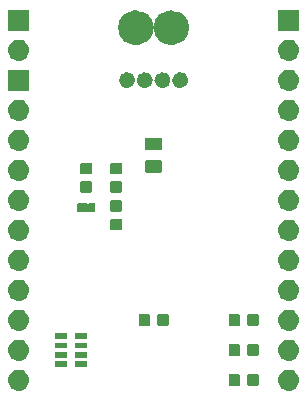
<source format=gbr>
G04 #@! TF.GenerationSoftware,KiCad,Pcbnew,(5.1.0)-1*
G04 #@! TF.CreationDate,2019-03-29T02:28:53-07:00*
G04 #@! TF.ProjectId,e73-breakout,6537332d-6272-4656-916b-6f75742e6b69,rev?*
G04 #@! TF.SameCoordinates,Original*
G04 #@! TF.FileFunction,Soldermask,Bot*
G04 #@! TF.FilePolarity,Negative*
%FSLAX46Y46*%
G04 Gerber Fmt 4.6, Leading zero omitted, Abs format (unit mm)*
G04 Created by KiCad (PCBNEW (5.1.0)-1) date 2019-03-29 02:28:53*
%MOMM*%
%LPD*%
G04 APERTURE LIST*
%ADD10C,0.100000*%
%ADD11C,1.500000*%
%ADD12C,0.700000*%
G04 APERTURE END LIST*
D10*
G36*
X94785000Y-104125000D02*
G01*
X94785000Y-104765000D01*
X93785000Y-104765000D01*
X93785000Y-104125000D01*
X94785000Y-104125000D01*
G37*
D11*
X102250000Y-89205000D02*
G75*
G03X102250000Y-89205000I-750000J0D01*
G01*
X99250000Y-89205000D02*
G75*
G03X99250000Y-89205000I-750000J0D01*
G01*
D12*
X98100000Y-93650000D02*
G75*
G03X98100000Y-93650000I-350000J0D01*
G01*
X99600000Y-93650000D02*
G75*
G03X99600000Y-93650000I-350000J0D01*
G01*
X101100000Y-93650000D02*
G75*
G03X101100000Y-93650000I-350000J0D01*
G01*
X102600000Y-93650000D02*
G75*
G03X102600000Y-93650000I-350000J0D01*
G01*
D10*
G36*
X111540443Y-118155519D02*
G01*
X111606627Y-118162037D01*
X111776466Y-118213557D01*
X111932991Y-118297222D01*
X111968729Y-118326552D01*
X112070186Y-118409814D01*
X112153448Y-118511271D01*
X112182778Y-118547009D01*
X112266443Y-118703534D01*
X112317963Y-118873373D01*
X112335359Y-119050000D01*
X112317963Y-119226627D01*
X112266443Y-119396466D01*
X112182778Y-119552991D01*
X112167746Y-119571307D01*
X112070186Y-119690186D01*
X111968729Y-119773448D01*
X111932991Y-119802778D01*
X111776466Y-119886443D01*
X111606627Y-119937963D01*
X111540442Y-119944482D01*
X111474260Y-119951000D01*
X111385740Y-119951000D01*
X111319558Y-119944482D01*
X111253373Y-119937963D01*
X111083534Y-119886443D01*
X110927009Y-119802778D01*
X110891271Y-119773448D01*
X110789814Y-119690186D01*
X110692254Y-119571307D01*
X110677222Y-119552991D01*
X110593557Y-119396466D01*
X110542037Y-119226627D01*
X110524641Y-119050000D01*
X110542037Y-118873373D01*
X110593557Y-118703534D01*
X110677222Y-118547009D01*
X110706552Y-118511271D01*
X110789814Y-118409814D01*
X110891271Y-118326552D01*
X110927009Y-118297222D01*
X111083534Y-118213557D01*
X111253373Y-118162037D01*
X111319557Y-118155519D01*
X111385740Y-118149000D01*
X111474260Y-118149000D01*
X111540443Y-118155519D01*
X111540443Y-118155519D01*
G37*
G36*
X88680443Y-118155519D02*
G01*
X88746627Y-118162037D01*
X88916466Y-118213557D01*
X89072991Y-118297222D01*
X89108729Y-118326552D01*
X89210186Y-118409814D01*
X89293448Y-118511271D01*
X89322778Y-118547009D01*
X89406443Y-118703534D01*
X89457963Y-118873373D01*
X89475359Y-119050000D01*
X89457963Y-119226627D01*
X89406443Y-119396466D01*
X89322778Y-119552991D01*
X89307746Y-119571307D01*
X89210186Y-119690186D01*
X89108729Y-119773448D01*
X89072991Y-119802778D01*
X88916466Y-119886443D01*
X88746627Y-119937963D01*
X88680442Y-119944482D01*
X88614260Y-119951000D01*
X88525740Y-119951000D01*
X88459558Y-119944482D01*
X88393373Y-119937963D01*
X88223534Y-119886443D01*
X88067009Y-119802778D01*
X88031271Y-119773448D01*
X87929814Y-119690186D01*
X87832254Y-119571307D01*
X87817222Y-119552991D01*
X87733557Y-119396466D01*
X87682037Y-119226627D01*
X87664641Y-119050000D01*
X87682037Y-118873373D01*
X87733557Y-118703534D01*
X87817222Y-118547009D01*
X87846552Y-118511271D01*
X87929814Y-118409814D01*
X88031271Y-118326552D01*
X88067009Y-118297222D01*
X88223534Y-118213557D01*
X88393373Y-118162037D01*
X88459557Y-118155519D01*
X88525740Y-118149000D01*
X88614260Y-118149000D01*
X88680443Y-118155519D01*
X88680443Y-118155519D01*
G37*
G36*
X108749591Y-118528085D02*
G01*
X108783569Y-118538393D01*
X108814890Y-118555134D01*
X108842339Y-118577661D01*
X108864866Y-118605110D01*
X108881607Y-118636431D01*
X108891915Y-118670409D01*
X108896000Y-118711890D01*
X108896000Y-119388110D01*
X108891915Y-119429591D01*
X108881607Y-119463569D01*
X108864866Y-119494890D01*
X108842339Y-119522339D01*
X108814890Y-119544866D01*
X108783569Y-119561607D01*
X108749591Y-119571915D01*
X108708110Y-119576000D01*
X108106890Y-119576000D01*
X108065409Y-119571915D01*
X108031431Y-119561607D01*
X108000110Y-119544866D01*
X107972661Y-119522339D01*
X107950134Y-119494890D01*
X107933393Y-119463569D01*
X107923085Y-119429591D01*
X107919000Y-119388110D01*
X107919000Y-118711890D01*
X107923085Y-118670409D01*
X107933393Y-118636431D01*
X107950134Y-118605110D01*
X107972661Y-118577661D01*
X108000110Y-118555134D01*
X108031431Y-118538393D01*
X108065409Y-118528085D01*
X108106890Y-118524000D01*
X108708110Y-118524000D01*
X108749591Y-118528085D01*
X108749591Y-118528085D01*
G37*
G36*
X107174591Y-118528085D02*
G01*
X107208569Y-118538393D01*
X107239890Y-118555134D01*
X107267339Y-118577661D01*
X107289866Y-118605110D01*
X107306607Y-118636431D01*
X107316915Y-118670409D01*
X107321000Y-118711890D01*
X107321000Y-119388110D01*
X107316915Y-119429591D01*
X107306607Y-119463569D01*
X107289866Y-119494890D01*
X107267339Y-119522339D01*
X107239890Y-119544866D01*
X107208569Y-119561607D01*
X107174591Y-119571915D01*
X107133110Y-119576000D01*
X106531890Y-119576000D01*
X106490409Y-119571915D01*
X106456431Y-119561607D01*
X106425110Y-119544866D01*
X106397661Y-119522339D01*
X106375134Y-119494890D01*
X106358393Y-119463569D01*
X106348085Y-119429591D01*
X106344000Y-119388110D01*
X106344000Y-118711890D01*
X106348085Y-118670409D01*
X106358393Y-118636431D01*
X106375134Y-118605110D01*
X106397661Y-118577661D01*
X106425110Y-118555134D01*
X106456431Y-118538393D01*
X106490409Y-118528085D01*
X106531890Y-118524000D01*
X107133110Y-118524000D01*
X107174591Y-118528085D01*
X107174591Y-118528085D01*
G37*
G36*
X92666000Y-117961000D02*
G01*
X91664000Y-117961000D01*
X91664000Y-117459000D01*
X92666000Y-117459000D01*
X92666000Y-117961000D01*
X92666000Y-117961000D01*
G37*
G36*
X94366000Y-117961000D02*
G01*
X93364000Y-117961000D01*
X93364000Y-117459000D01*
X94366000Y-117459000D01*
X94366000Y-117961000D01*
X94366000Y-117961000D01*
G37*
G36*
X111540443Y-115615519D02*
G01*
X111606627Y-115622037D01*
X111776466Y-115673557D01*
X111932991Y-115757222D01*
X111968729Y-115786552D01*
X112070186Y-115869814D01*
X112153448Y-115971271D01*
X112182778Y-116007009D01*
X112266443Y-116163534D01*
X112317963Y-116333373D01*
X112335359Y-116510000D01*
X112317963Y-116686627D01*
X112266443Y-116856466D01*
X112182778Y-117012991D01*
X112167746Y-117031307D01*
X112070186Y-117150186D01*
X111968729Y-117233448D01*
X111932991Y-117262778D01*
X111776466Y-117346443D01*
X111606627Y-117397963D01*
X111540443Y-117404481D01*
X111474260Y-117411000D01*
X111385740Y-117411000D01*
X111319557Y-117404481D01*
X111253373Y-117397963D01*
X111083534Y-117346443D01*
X110927009Y-117262778D01*
X110891271Y-117233448D01*
X110789814Y-117150186D01*
X110692254Y-117031307D01*
X110677222Y-117012991D01*
X110593557Y-116856466D01*
X110542037Y-116686627D01*
X110524641Y-116510000D01*
X110542037Y-116333373D01*
X110593557Y-116163534D01*
X110677222Y-116007009D01*
X110706552Y-115971271D01*
X110789814Y-115869814D01*
X110891271Y-115786552D01*
X110927009Y-115757222D01*
X111083534Y-115673557D01*
X111253373Y-115622037D01*
X111319557Y-115615519D01*
X111385740Y-115609000D01*
X111474260Y-115609000D01*
X111540443Y-115615519D01*
X111540443Y-115615519D01*
G37*
G36*
X88680443Y-115615519D02*
G01*
X88746627Y-115622037D01*
X88916466Y-115673557D01*
X89072991Y-115757222D01*
X89108729Y-115786552D01*
X89210186Y-115869814D01*
X89293448Y-115971271D01*
X89322778Y-116007009D01*
X89406443Y-116163534D01*
X89457963Y-116333373D01*
X89475359Y-116510000D01*
X89457963Y-116686627D01*
X89406443Y-116856466D01*
X89322778Y-117012991D01*
X89307746Y-117031307D01*
X89210186Y-117150186D01*
X89108729Y-117233448D01*
X89072991Y-117262778D01*
X88916466Y-117346443D01*
X88746627Y-117397963D01*
X88680443Y-117404481D01*
X88614260Y-117411000D01*
X88525740Y-117411000D01*
X88459557Y-117404481D01*
X88393373Y-117397963D01*
X88223534Y-117346443D01*
X88067009Y-117262778D01*
X88031271Y-117233448D01*
X87929814Y-117150186D01*
X87832254Y-117031307D01*
X87817222Y-117012991D01*
X87733557Y-116856466D01*
X87682037Y-116686627D01*
X87664641Y-116510000D01*
X87682037Y-116333373D01*
X87733557Y-116163534D01*
X87817222Y-116007009D01*
X87846552Y-115971271D01*
X87929814Y-115869814D01*
X88031271Y-115786552D01*
X88067009Y-115757222D01*
X88223534Y-115673557D01*
X88393373Y-115622037D01*
X88459557Y-115615519D01*
X88525740Y-115609000D01*
X88614260Y-115609000D01*
X88680443Y-115615519D01*
X88680443Y-115615519D01*
G37*
G36*
X92666000Y-117161000D02*
G01*
X91664000Y-117161000D01*
X91664000Y-116659000D01*
X92666000Y-116659000D01*
X92666000Y-117161000D01*
X92666000Y-117161000D01*
G37*
G36*
X94366000Y-117161000D02*
G01*
X93364000Y-117161000D01*
X93364000Y-116659000D01*
X94366000Y-116659000D01*
X94366000Y-117161000D01*
X94366000Y-117161000D01*
G37*
G36*
X107174591Y-115988085D02*
G01*
X107208569Y-115998393D01*
X107239890Y-116015134D01*
X107267339Y-116037661D01*
X107289866Y-116065110D01*
X107306607Y-116096431D01*
X107316915Y-116130409D01*
X107321000Y-116171890D01*
X107321000Y-116848110D01*
X107316915Y-116889591D01*
X107306607Y-116923569D01*
X107289866Y-116954890D01*
X107267339Y-116982339D01*
X107239890Y-117004866D01*
X107208569Y-117021607D01*
X107174591Y-117031915D01*
X107133110Y-117036000D01*
X106531890Y-117036000D01*
X106490409Y-117031915D01*
X106456431Y-117021607D01*
X106425110Y-117004866D01*
X106397661Y-116982339D01*
X106375134Y-116954890D01*
X106358393Y-116923569D01*
X106348085Y-116889591D01*
X106344000Y-116848110D01*
X106344000Y-116171890D01*
X106348085Y-116130409D01*
X106358393Y-116096431D01*
X106375134Y-116065110D01*
X106397661Y-116037661D01*
X106425110Y-116015134D01*
X106456431Y-115998393D01*
X106490409Y-115988085D01*
X106531890Y-115984000D01*
X107133110Y-115984000D01*
X107174591Y-115988085D01*
X107174591Y-115988085D01*
G37*
G36*
X108749591Y-115988085D02*
G01*
X108783569Y-115998393D01*
X108814890Y-116015134D01*
X108842339Y-116037661D01*
X108864866Y-116065110D01*
X108881607Y-116096431D01*
X108891915Y-116130409D01*
X108896000Y-116171890D01*
X108896000Y-116848110D01*
X108891915Y-116889591D01*
X108881607Y-116923569D01*
X108864866Y-116954890D01*
X108842339Y-116982339D01*
X108814890Y-117004866D01*
X108783569Y-117021607D01*
X108749591Y-117031915D01*
X108708110Y-117036000D01*
X108106890Y-117036000D01*
X108065409Y-117031915D01*
X108031431Y-117021607D01*
X108000110Y-117004866D01*
X107972661Y-116982339D01*
X107950134Y-116954890D01*
X107933393Y-116923569D01*
X107923085Y-116889591D01*
X107919000Y-116848110D01*
X107919000Y-116171890D01*
X107923085Y-116130409D01*
X107933393Y-116096431D01*
X107950134Y-116065110D01*
X107972661Y-116037661D01*
X108000110Y-116015134D01*
X108031431Y-115998393D01*
X108065409Y-115988085D01*
X108106890Y-115984000D01*
X108708110Y-115984000D01*
X108749591Y-115988085D01*
X108749591Y-115988085D01*
G37*
G36*
X94366000Y-116361000D02*
G01*
X93364000Y-116361000D01*
X93364000Y-115859000D01*
X94366000Y-115859000D01*
X94366000Y-116361000D01*
X94366000Y-116361000D01*
G37*
G36*
X92666000Y-116361000D02*
G01*
X91664000Y-116361000D01*
X91664000Y-115859000D01*
X92666000Y-115859000D01*
X92666000Y-116361000D01*
X92666000Y-116361000D01*
G37*
G36*
X94366000Y-115561000D02*
G01*
X93364000Y-115561000D01*
X93364000Y-115059000D01*
X94366000Y-115059000D01*
X94366000Y-115561000D01*
X94366000Y-115561000D01*
G37*
G36*
X92666000Y-115561000D02*
G01*
X91664000Y-115561000D01*
X91664000Y-115059000D01*
X92666000Y-115059000D01*
X92666000Y-115561000D01*
X92666000Y-115561000D01*
G37*
G36*
X88680443Y-113075519D02*
G01*
X88746627Y-113082037D01*
X88916466Y-113133557D01*
X89072991Y-113217222D01*
X89108729Y-113246552D01*
X89210186Y-113329814D01*
X89293448Y-113431271D01*
X89322778Y-113467009D01*
X89406443Y-113623534D01*
X89457963Y-113793373D01*
X89475359Y-113970000D01*
X89457963Y-114146627D01*
X89406443Y-114316466D01*
X89322778Y-114472991D01*
X89307746Y-114491307D01*
X89210186Y-114610186D01*
X89108729Y-114693448D01*
X89072991Y-114722778D01*
X88916466Y-114806443D01*
X88746627Y-114857963D01*
X88680443Y-114864481D01*
X88614260Y-114871000D01*
X88525740Y-114871000D01*
X88459557Y-114864481D01*
X88393373Y-114857963D01*
X88223534Y-114806443D01*
X88067009Y-114722778D01*
X88031271Y-114693448D01*
X87929814Y-114610186D01*
X87832254Y-114491307D01*
X87817222Y-114472991D01*
X87733557Y-114316466D01*
X87682037Y-114146627D01*
X87664641Y-113970000D01*
X87682037Y-113793373D01*
X87733557Y-113623534D01*
X87817222Y-113467009D01*
X87846552Y-113431271D01*
X87929814Y-113329814D01*
X88031271Y-113246552D01*
X88067009Y-113217222D01*
X88223534Y-113133557D01*
X88393373Y-113082037D01*
X88459557Y-113075519D01*
X88525740Y-113069000D01*
X88614260Y-113069000D01*
X88680443Y-113075519D01*
X88680443Y-113075519D01*
G37*
G36*
X111540443Y-113075519D02*
G01*
X111606627Y-113082037D01*
X111776466Y-113133557D01*
X111932991Y-113217222D01*
X111968729Y-113246552D01*
X112070186Y-113329814D01*
X112153448Y-113431271D01*
X112182778Y-113467009D01*
X112266443Y-113623534D01*
X112317963Y-113793373D01*
X112335359Y-113970000D01*
X112317963Y-114146627D01*
X112266443Y-114316466D01*
X112182778Y-114472991D01*
X112167746Y-114491307D01*
X112070186Y-114610186D01*
X111968729Y-114693448D01*
X111932991Y-114722778D01*
X111776466Y-114806443D01*
X111606627Y-114857963D01*
X111540443Y-114864481D01*
X111474260Y-114871000D01*
X111385740Y-114871000D01*
X111319557Y-114864481D01*
X111253373Y-114857963D01*
X111083534Y-114806443D01*
X110927009Y-114722778D01*
X110891271Y-114693448D01*
X110789814Y-114610186D01*
X110692254Y-114491307D01*
X110677222Y-114472991D01*
X110593557Y-114316466D01*
X110542037Y-114146627D01*
X110524641Y-113970000D01*
X110542037Y-113793373D01*
X110593557Y-113623534D01*
X110677222Y-113467009D01*
X110706552Y-113431271D01*
X110789814Y-113329814D01*
X110891271Y-113246552D01*
X110927009Y-113217222D01*
X111083534Y-113133557D01*
X111253373Y-113082037D01*
X111319557Y-113075519D01*
X111385740Y-113069000D01*
X111474260Y-113069000D01*
X111540443Y-113075519D01*
X111540443Y-113075519D01*
G37*
G36*
X107174591Y-113448085D02*
G01*
X107208569Y-113458393D01*
X107239890Y-113475134D01*
X107267339Y-113497661D01*
X107289866Y-113525110D01*
X107306607Y-113556431D01*
X107316915Y-113590409D01*
X107321000Y-113631890D01*
X107321000Y-114308110D01*
X107316915Y-114349591D01*
X107306607Y-114383569D01*
X107289866Y-114414890D01*
X107267339Y-114442339D01*
X107239890Y-114464866D01*
X107208569Y-114481607D01*
X107174591Y-114491915D01*
X107133110Y-114496000D01*
X106531890Y-114496000D01*
X106490409Y-114491915D01*
X106456431Y-114481607D01*
X106425110Y-114464866D01*
X106397661Y-114442339D01*
X106375134Y-114414890D01*
X106358393Y-114383569D01*
X106348085Y-114349591D01*
X106344000Y-114308110D01*
X106344000Y-113631890D01*
X106348085Y-113590409D01*
X106358393Y-113556431D01*
X106375134Y-113525110D01*
X106397661Y-113497661D01*
X106425110Y-113475134D01*
X106456431Y-113458393D01*
X106490409Y-113448085D01*
X106531890Y-113444000D01*
X107133110Y-113444000D01*
X107174591Y-113448085D01*
X107174591Y-113448085D01*
G37*
G36*
X108749591Y-113448085D02*
G01*
X108783569Y-113458393D01*
X108814890Y-113475134D01*
X108842339Y-113497661D01*
X108864866Y-113525110D01*
X108881607Y-113556431D01*
X108891915Y-113590409D01*
X108896000Y-113631890D01*
X108896000Y-114308110D01*
X108891915Y-114349591D01*
X108881607Y-114383569D01*
X108864866Y-114414890D01*
X108842339Y-114442339D01*
X108814890Y-114464866D01*
X108783569Y-114481607D01*
X108749591Y-114491915D01*
X108708110Y-114496000D01*
X108106890Y-114496000D01*
X108065409Y-114491915D01*
X108031431Y-114481607D01*
X108000110Y-114464866D01*
X107972661Y-114442339D01*
X107950134Y-114414890D01*
X107933393Y-114383569D01*
X107923085Y-114349591D01*
X107919000Y-114308110D01*
X107919000Y-113631890D01*
X107923085Y-113590409D01*
X107933393Y-113556431D01*
X107950134Y-113525110D01*
X107972661Y-113497661D01*
X108000110Y-113475134D01*
X108031431Y-113458393D01*
X108065409Y-113448085D01*
X108106890Y-113444000D01*
X108708110Y-113444000D01*
X108749591Y-113448085D01*
X108749591Y-113448085D01*
G37*
G36*
X99554591Y-113448085D02*
G01*
X99588569Y-113458393D01*
X99619890Y-113475134D01*
X99647339Y-113497661D01*
X99669866Y-113525110D01*
X99686607Y-113556431D01*
X99696915Y-113590409D01*
X99701000Y-113631890D01*
X99701000Y-114308110D01*
X99696915Y-114349591D01*
X99686607Y-114383569D01*
X99669866Y-114414890D01*
X99647339Y-114442339D01*
X99619890Y-114464866D01*
X99588569Y-114481607D01*
X99554591Y-114491915D01*
X99513110Y-114496000D01*
X98911890Y-114496000D01*
X98870409Y-114491915D01*
X98836431Y-114481607D01*
X98805110Y-114464866D01*
X98777661Y-114442339D01*
X98755134Y-114414890D01*
X98738393Y-114383569D01*
X98728085Y-114349591D01*
X98724000Y-114308110D01*
X98724000Y-113631890D01*
X98728085Y-113590409D01*
X98738393Y-113556431D01*
X98755134Y-113525110D01*
X98777661Y-113497661D01*
X98805110Y-113475134D01*
X98836431Y-113458393D01*
X98870409Y-113448085D01*
X98911890Y-113444000D01*
X99513110Y-113444000D01*
X99554591Y-113448085D01*
X99554591Y-113448085D01*
G37*
G36*
X101129591Y-113448085D02*
G01*
X101163569Y-113458393D01*
X101194890Y-113475134D01*
X101222339Y-113497661D01*
X101244866Y-113525110D01*
X101261607Y-113556431D01*
X101271915Y-113590409D01*
X101276000Y-113631890D01*
X101276000Y-114308110D01*
X101271915Y-114349591D01*
X101261607Y-114383569D01*
X101244866Y-114414890D01*
X101222339Y-114442339D01*
X101194890Y-114464866D01*
X101163569Y-114481607D01*
X101129591Y-114491915D01*
X101088110Y-114496000D01*
X100486890Y-114496000D01*
X100445409Y-114491915D01*
X100411431Y-114481607D01*
X100380110Y-114464866D01*
X100352661Y-114442339D01*
X100330134Y-114414890D01*
X100313393Y-114383569D01*
X100303085Y-114349591D01*
X100299000Y-114308110D01*
X100299000Y-113631890D01*
X100303085Y-113590409D01*
X100313393Y-113556431D01*
X100330134Y-113525110D01*
X100352661Y-113497661D01*
X100380110Y-113475134D01*
X100411431Y-113458393D01*
X100445409Y-113448085D01*
X100486890Y-113444000D01*
X101088110Y-113444000D01*
X101129591Y-113448085D01*
X101129591Y-113448085D01*
G37*
G36*
X111540443Y-110535519D02*
G01*
X111606627Y-110542037D01*
X111776466Y-110593557D01*
X111932991Y-110677222D01*
X111968729Y-110706552D01*
X112070186Y-110789814D01*
X112153448Y-110891271D01*
X112182778Y-110927009D01*
X112266443Y-111083534D01*
X112317963Y-111253373D01*
X112335359Y-111430000D01*
X112317963Y-111606627D01*
X112266443Y-111776466D01*
X112182778Y-111932991D01*
X112153448Y-111968729D01*
X112070186Y-112070186D01*
X111968729Y-112153448D01*
X111932991Y-112182778D01*
X111776466Y-112266443D01*
X111606627Y-112317963D01*
X111540443Y-112324481D01*
X111474260Y-112331000D01*
X111385740Y-112331000D01*
X111319557Y-112324481D01*
X111253373Y-112317963D01*
X111083534Y-112266443D01*
X110927009Y-112182778D01*
X110891271Y-112153448D01*
X110789814Y-112070186D01*
X110706552Y-111968729D01*
X110677222Y-111932991D01*
X110593557Y-111776466D01*
X110542037Y-111606627D01*
X110524641Y-111430000D01*
X110542037Y-111253373D01*
X110593557Y-111083534D01*
X110677222Y-110927009D01*
X110706552Y-110891271D01*
X110789814Y-110789814D01*
X110891271Y-110706552D01*
X110927009Y-110677222D01*
X111083534Y-110593557D01*
X111253373Y-110542037D01*
X111319557Y-110535519D01*
X111385740Y-110529000D01*
X111474260Y-110529000D01*
X111540443Y-110535519D01*
X111540443Y-110535519D01*
G37*
G36*
X88680443Y-110535519D02*
G01*
X88746627Y-110542037D01*
X88916466Y-110593557D01*
X89072991Y-110677222D01*
X89108729Y-110706552D01*
X89210186Y-110789814D01*
X89293448Y-110891271D01*
X89322778Y-110927009D01*
X89406443Y-111083534D01*
X89457963Y-111253373D01*
X89475359Y-111430000D01*
X89457963Y-111606627D01*
X89406443Y-111776466D01*
X89322778Y-111932991D01*
X89293448Y-111968729D01*
X89210186Y-112070186D01*
X89108729Y-112153448D01*
X89072991Y-112182778D01*
X88916466Y-112266443D01*
X88746627Y-112317963D01*
X88680443Y-112324481D01*
X88614260Y-112331000D01*
X88525740Y-112331000D01*
X88459557Y-112324481D01*
X88393373Y-112317963D01*
X88223534Y-112266443D01*
X88067009Y-112182778D01*
X88031271Y-112153448D01*
X87929814Y-112070186D01*
X87846552Y-111968729D01*
X87817222Y-111932991D01*
X87733557Y-111776466D01*
X87682037Y-111606627D01*
X87664641Y-111430000D01*
X87682037Y-111253373D01*
X87733557Y-111083534D01*
X87817222Y-110927009D01*
X87846552Y-110891271D01*
X87929814Y-110789814D01*
X88031271Y-110706552D01*
X88067009Y-110677222D01*
X88223534Y-110593557D01*
X88393373Y-110542037D01*
X88459557Y-110535519D01*
X88525740Y-110529000D01*
X88614260Y-110529000D01*
X88680443Y-110535519D01*
X88680443Y-110535519D01*
G37*
G36*
X88680442Y-107995518D02*
G01*
X88746627Y-108002037D01*
X88916466Y-108053557D01*
X89072991Y-108137222D01*
X89108729Y-108166552D01*
X89210186Y-108249814D01*
X89293448Y-108351271D01*
X89322778Y-108387009D01*
X89406443Y-108543534D01*
X89457963Y-108713373D01*
X89475359Y-108890000D01*
X89457963Y-109066627D01*
X89406443Y-109236466D01*
X89322778Y-109392991D01*
X89293448Y-109428729D01*
X89210186Y-109530186D01*
X89108729Y-109613448D01*
X89072991Y-109642778D01*
X88916466Y-109726443D01*
X88746627Y-109777963D01*
X88680443Y-109784481D01*
X88614260Y-109791000D01*
X88525740Y-109791000D01*
X88459557Y-109784481D01*
X88393373Y-109777963D01*
X88223534Y-109726443D01*
X88067009Y-109642778D01*
X88031271Y-109613448D01*
X87929814Y-109530186D01*
X87846552Y-109428729D01*
X87817222Y-109392991D01*
X87733557Y-109236466D01*
X87682037Y-109066627D01*
X87664641Y-108890000D01*
X87682037Y-108713373D01*
X87733557Y-108543534D01*
X87817222Y-108387009D01*
X87846552Y-108351271D01*
X87929814Y-108249814D01*
X88031271Y-108166552D01*
X88067009Y-108137222D01*
X88223534Y-108053557D01*
X88393373Y-108002037D01*
X88459558Y-107995518D01*
X88525740Y-107989000D01*
X88614260Y-107989000D01*
X88680442Y-107995518D01*
X88680442Y-107995518D01*
G37*
G36*
X111540442Y-107995518D02*
G01*
X111606627Y-108002037D01*
X111776466Y-108053557D01*
X111932991Y-108137222D01*
X111968729Y-108166552D01*
X112070186Y-108249814D01*
X112153448Y-108351271D01*
X112182778Y-108387009D01*
X112266443Y-108543534D01*
X112317963Y-108713373D01*
X112335359Y-108890000D01*
X112317963Y-109066627D01*
X112266443Y-109236466D01*
X112182778Y-109392991D01*
X112153448Y-109428729D01*
X112070186Y-109530186D01*
X111968729Y-109613448D01*
X111932991Y-109642778D01*
X111776466Y-109726443D01*
X111606627Y-109777963D01*
X111540443Y-109784481D01*
X111474260Y-109791000D01*
X111385740Y-109791000D01*
X111319557Y-109784481D01*
X111253373Y-109777963D01*
X111083534Y-109726443D01*
X110927009Y-109642778D01*
X110891271Y-109613448D01*
X110789814Y-109530186D01*
X110706552Y-109428729D01*
X110677222Y-109392991D01*
X110593557Y-109236466D01*
X110542037Y-109066627D01*
X110524641Y-108890000D01*
X110542037Y-108713373D01*
X110593557Y-108543534D01*
X110677222Y-108387009D01*
X110706552Y-108351271D01*
X110789814Y-108249814D01*
X110891271Y-108166552D01*
X110927009Y-108137222D01*
X111083534Y-108053557D01*
X111253373Y-108002037D01*
X111319558Y-107995518D01*
X111385740Y-107989000D01*
X111474260Y-107989000D01*
X111540442Y-107995518D01*
X111540442Y-107995518D01*
G37*
G36*
X88680443Y-105455519D02*
G01*
X88746627Y-105462037D01*
X88916466Y-105513557D01*
X89072991Y-105597222D01*
X89104706Y-105623250D01*
X89210186Y-105709814D01*
X89293448Y-105811271D01*
X89322778Y-105847009D01*
X89406443Y-106003534D01*
X89457963Y-106173373D01*
X89475359Y-106350000D01*
X89457963Y-106526627D01*
X89406443Y-106696466D01*
X89322778Y-106852991D01*
X89293448Y-106888729D01*
X89210186Y-106990186D01*
X89108729Y-107073448D01*
X89072991Y-107102778D01*
X88916466Y-107186443D01*
X88746627Y-107237963D01*
X88680442Y-107244482D01*
X88614260Y-107251000D01*
X88525740Y-107251000D01*
X88459558Y-107244482D01*
X88393373Y-107237963D01*
X88223534Y-107186443D01*
X88067009Y-107102778D01*
X88031271Y-107073448D01*
X87929814Y-106990186D01*
X87846552Y-106888729D01*
X87817222Y-106852991D01*
X87733557Y-106696466D01*
X87682037Y-106526627D01*
X87664641Y-106350000D01*
X87682037Y-106173373D01*
X87733557Y-106003534D01*
X87817222Y-105847009D01*
X87846552Y-105811271D01*
X87929814Y-105709814D01*
X88035294Y-105623250D01*
X88067009Y-105597222D01*
X88223534Y-105513557D01*
X88393373Y-105462037D01*
X88459558Y-105455518D01*
X88525740Y-105449000D01*
X88614260Y-105449000D01*
X88680443Y-105455519D01*
X88680443Y-105455519D01*
G37*
G36*
X111540443Y-105455519D02*
G01*
X111606627Y-105462037D01*
X111776466Y-105513557D01*
X111932991Y-105597222D01*
X111964706Y-105623250D01*
X112070186Y-105709814D01*
X112153448Y-105811271D01*
X112182778Y-105847009D01*
X112266443Y-106003534D01*
X112317963Y-106173373D01*
X112335359Y-106350000D01*
X112317963Y-106526627D01*
X112266443Y-106696466D01*
X112182778Y-106852991D01*
X112153448Y-106888729D01*
X112070186Y-106990186D01*
X111968729Y-107073448D01*
X111932991Y-107102778D01*
X111776466Y-107186443D01*
X111606627Y-107237963D01*
X111540442Y-107244482D01*
X111474260Y-107251000D01*
X111385740Y-107251000D01*
X111319558Y-107244482D01*
X111253373Y-107237963D01*
X111083534Y-107186443D01*
X110927009Y-107102778D01*
X110891271Y-107073448D01*
X110789814Y-106990186D01*
X110706552Y-106888729D01*
X110677222Y-106852991D01*
X110593557Y-106696466D01*
X110542037Y-106526627D01*
X110524641Y-106350000D01*
X110542037Y-106173373D01*
X110593557Y-106003534D01*
X110677222Y-105847009D01*
X110706552Y-105811271D01*
X110789814Y-105709814D01*
X110895294Y-105623250D01*
X110927009Y-105597222D01*
X111083534Y-105513557D01*
X111253373Y-105462037D01*
X111319558Y-105455518D01*
X111385740Y-105449000D01*
X111474260Y-105449000D01*
X111540443Y-105455519D01*
X111540443Y-105455519D01*
G37*
G36*
X97204591Y-105383085D02*
G01*
X97238569Y-105393393D01*
X97269890Y-105410134D01*
X97297339Y-105432661D01*
X97319866Y-105460110D01*
X97336607Y-105491431D01*
X97346915Y-105525409D01*
X97351000Y-105566890D01*
X97351000Y-106168110D01*
X97346915Y-106209591D01*
X97336607Y-106243569D01*
X97319866Y-106274890D01*
X97297339Y-106302339D01*
X97269890Y-106324866D01*
X97238569Y-106341607D01*
X97204591Y-106351915D01*
X97163110Y-106356000D01*
X96486890Y-106356000D01*
X96445409Y-106351915D01*
X96411431Y-106341607D01*
X96380110Y-106324866D01*
X96352661Y-106302339D01*
X96330134Y-106274890D01*
X96313393Y-106243569D01*
X96303085Y-106209591D01*
X96299000Y-106168110D01*
X96299000Y-105566890D01*
X96303085Y-105525409D01*
X96313393Y-105491431D01*
X96330134Y-105460110D01*
X96352661Y-105432661D01*
X96380110Y-105410134D01*
X96411431Y-105393393D01*
X96445409Y-105383085D01*
X96486890Y-105379000D01*
X97163110Y-105379000D01*
X97204591Y-105383085D01*
X97204591Y-105383085D01*
G37*
G36*
X94324999Y-104074737D02*
G01*
X94334608Y-104077652D01*
X94343472Y-104082390D01*
X94355326Y-104092118D01*
X94365219Y-104102010D01*
X94385594Y-104115623D01*
X94408233Y-104124999D01*
X94432267Y-104129779D01*
X94456771Y-104129778D01*
X94480804Y-104124996D01*
X94503442Y-104115617D01*
X94529196Y-104096517D01*
X94529243Y-104096575D01*
X94530421Y-104095608D01*
X94532901Y-104093769D01*
X94533993Y-104092677D01*
X94546528Y-104082390D01*
X94555392Y-104077652D01*
X94565001Y-104074737D01*
X94581140Y-104073148D01*
X94958860Y-104073148D01*
X94974999Y-104074737D01*
X94984608Y-104077652D01*
X94993472Y-104082390D01*
X95001237Y-104088763D01*
X95007610Y-104096528D01*
X95012348Y-104105392D01*
X95015263Y-104115001D01*
X95016852Y-104131140D01*
X95016852Y-104758860D01*
X95015263Y-104774999D01*
X95012348Y-104784608D01*
X95007610Y-104793472D01*
X95001237Y-104801237D01*
X94993472Y-104807610D01*
X94984608Y-104812348D01*
X94974999Y-104815263D01*
X94958860Y-104816852D01*
X94581140Y-104816852D01*
X94565001Y-104815263D01*
X94555392Y-104812348D01*
X94546528Y-104807610D01*
X94533993Y-104797323D01*
X94532800Y-104796130D01*
X94513858Y-104780585D01*
X94492247Y-104769034D01*
X94468798Y-104761921D01*
X94444412Y-104759519D01*
X94420026Y-104761921D01*
X94396577Y-104769034D01*
X94374966Y-104780585D01*
X94355380Y-104798056D01*
X94342790Y-104808058D01*
X94333856Y-104812653D01*
X94323722Y-104815552D01*
X94309352Y-104816852D01*
X93611140Y-104816852D01*
X93595001Y-104815263D01*
X93585392Y-104812348D01*
X93576528Y-104807610D01*
X93568763Y-104801237D01*
X93562390Y-104793472D01*
X93557652Y-104784608D01*
X93554737Y-104774999D01*
X93553148Y-104758860D01*
X93553148Y-104131140D01*
X93554737Y-104115001D01*
X93557652Y-104105392D01*
X93562390Y-104096528D01*
X93568763Y-104088763D01*
X93576528Y-104082390D01*
X93585392Y-104077652D01*
X93595001Y-104074737D01*
X93611140Y-104073148D01*
X94308860Y-104073148D01*
X94324999Y-104074737D01*
X94324999Y-104074737D01*
G37*
G36*
X97204591Y-103808085D02*
G01*
X97238569Y-103818393D01*
X97269890Y-103835134D01*
X97297339Y-103857661D01*
X97319866Y-103885110D01*
X97336607Y-103916431D01*
X97346915Y-103950409D01*
X97351000Y-103991890D01*
X97351000Y-104593110D01*
X97346915Y-104634591D01*
X97336607Y-104668569D01*
X97319866Y-104699890D01*
X97297339Y-104727339D01*
X97269890Y-104749866D01*
X97238569Y-104766607D01*
X97204591Y-104776915D01*
X97163110Y-104781000D01*
X96486890Y-104781000D01*
X96445409Y-104776915D01*
X96411431Y-104766607D01*
X96380110Y-104749866D01*
X96352661Y-104727339D01*
X96330134Y-104699890D01*
X96313393Y-104668569D01*
X96303085Y-104634591D01*
X96299000Y-104593110D01*
X96299000Y-103991890D01*
X96303085Y-103950409D01*
X96313393Y-103916431D01*
X96330134Y-103885110D01*
X96352661Y-103857661D01*
X96380110Y-103835134D01*
X96411431Y-103818393D01*
X96445409Y-103808085D01*
X96486890Y-103804000D01*
X97163110Y-103804000D01*
X97204591Y-103808085D01*
X97204591Y-103808085D01*
G37*
G36*
X111540442Y-102915518D02*
G01*
X111606627Y-102922037D01*
X111776466Y-102973557D01*
X111932991Y-103057222D01*
X111968729Y-103086552D01*
X112070186Y-103169814D01*
X112153448Y-103271271D01*
X112182778Y-103307009D01*
X112266443Y-103463534D01*
X112317963Y-103633373D01*
X112335359Y-103810000D01*
X112317963Y-103986627D01*
X112266443Y-104156466D01*
X112182778Y-104312991D01*
X112153448Y-104348729D01*
X112070186Y-104450186D01*
X111968729Y-104533448D01*
X111932991Y-104562778D01*
X111776466Y-104646443D01*
X111606627Y-104697963D01*
X111540443Y-104704481D01*
X111474260Y-104711000D01*
X111385740Y-104711000D01*
X111319558Y-104704482D01*
X111253373Y-104697963D01*
X111083534Y-104646443D01*
X110927009Y-104562778D01*
X110891271Y-104533448D01*
X110789814Y-104450186D01*
X110706552Y-104348729D01*
X110677222Y-104312991D01*
X110593557Y-104156466D01*
X110542037Y-103986627D01*
X110524641Y-103810000D01*
X110542037Y-103633373D01*
X110593557Y-103463534D01*
X110677222Y-103307009D01*
X110706552Y-103271271D01*
X110789814Y-103169814D01*
X110891271Y-103086552D01*
X110927009Y-103057222D01*
X111083534Y-102973557D01*
X111253373Y-102922037D01*
X111319558Y-102915518D01*
X111385740Y-102909000D01*
X111474260Y-102909000D01*
X111540442Y-102915518D01*
X111540442Y-102915518D01*
G37*
G36*
X88680442Y-102915518D02*
G01*
X88746627Y-102922037D01*
X88916466Y-102973557D01*
X89072991Y-103057222D01*
X89108729Y-103086552D01*
X89210186Y-103169814D01*
X89293448Y-103271271D01*
X89322778Y-103307009D01*
X89406443Y-103463534D01*
X89457963Y-103633373D01*
X89475359Y-103810000D01*
X89457963Y-103986627D01*
X89406443Y-104156466D01*
X89322778Y-104312991D01*
X89293448Y-104348729D01*
X89210186Y-104450186D01*
X89108729Y-104533448D01*
X89072991Y-104562778D01*
X88916466Y-104646443D01*
X88746627Y-104697963D01*
X88680443Y-104704481D01*
X88614260Y-104711000D01*
X88525740Y-104711000D01*
X88459558Y-104704482D01*
X88393373Y-104697963D01*
X88223534Y-104646443D01*
X88067009Y-104562778D01*
X88031271Y-104533448D01*
X87929814Y-104450186D01*
X87846552Y-104348729D01*
X87817222Y-104312991D01*
X87733557Y-104156466D01*
X87682037Y-103986627D01*
X87664641Y-103810000D01*
X87682037Y-103633373D01*
X87733557Y-103463534D01*
X87817222Y-103307009D01*
X87846552Y-103271271D01*
X87929814Y-103169814D01*
X88031271Y-103086552D01*
X88067009Y-103057222D01*
X88223534Y-102973557D01*
X88393373Y-102922037D01*
X88459558Y-102915518D01*
X88525740Y-102909000D01*
X88614260Y-102909000D01*
X88680442Y-102915518D01*
X88680442Y-102915518D01*
G37*
G36*
X97204591Y-102208085D02*
G01*
X97238569Y-102218393D01*
X97269890Y-102235134D01*
X97297339Y-102257661D01*
X97319866Y-102285110D01*
X97336607Y-102316431D01*
X97346915Y-102350409D01*
X97351000Y-102391890D01*
X97351000Y-102993110D01*
X97346915Y-103034591D01*
X97336607Y-103068569D01*
X97319866Y-103099890D01*
X97297339Y-103127339D01*
X97269890Y-103149866D01*
X97238569Y-103166607D01*
X97204591Y-103176915D01*
X97163110Y-103181000D01*
X96486890Y-103181000D01*
X96445409Y-103176915D01*
X96411431Y-103166607D01*
X96380110Y-103149866D01*
X96352661Y-103127339D01*
X96330134Y-103099890D01*
X96313393Y-103068569D01*
X96303085Y-103034591D01*
X96299000Y-102993110D01*
X96299000Y-102391890D01*
X96303085Y-102350409D01*
X96313393Y-102316431D01*
X96330134Y-102285110D01*
X96352661Y-102257661D01*
X96380110Y-102235134D01*
X96411431Y-102218393D01*
X96445409Y-102208085D01*
X96486890Y-102204000D01*
X97163110Y-102204000D01*
X97204591Y-102208085D01*
X97204591Y-102208085D01*
G37*
G36*
X94664591Y-102208085D02*
G01*
X94698569Y-102218393D01*
X94729890Y-102235134D01*
X94757339Y-102257661D01*
X94779866Y-102285110D01*
X94796607Y-102316431D01*
X94806915Y-102350409D01*
X94811000Y-102391890D01*
X94811000Y-102993110D01*
X94806915Y-103034591D01*
X94796607Y-103068569D01*
X94779866Y-103099890D01*
X94757339Y-103127339D01*
X94729890Y-103149866D01*
X94698569Y-103166607D01*
X94664591Y-103176915D01*
X94623110Y-103181000D01*
X93946890Y-103181000D01*
X93905409Y-103176915D01*
X93871431Y-103166607D01*
X93840110Y-103149866D01*
X93812661Y-103127339D01*
X93790134Y-103099890D01*
X93773393Y-103068569D01*
X93763085Y-103034591D01*
X93759000Y-102993110D01*
X93759000Y-102391890D01*
X93763085Y-102350409D01*
X93773393Y-102316431D01*
X93790134Y-102285110D01*
X93812661Y-102257661D01*
X93840110Y-102235134D01*
X93871431Y-102218393D01*
X93905409Y-102208085D01*
X93946890Y-102204000D01*
X94623110Y-102204000D01*
X94664591Y-102208085D01*
X94664591Y-102208085D01*
G37*
G36*
X88680443Y-100375519D02*
G01*
X88746627Y-100382037D01*
X88916466Y-100433557D01*
X89072991Y-100517222D01*
X89084737Y-100526862D01*
X89210186Y-100629814D01*
X89276082Y-100710110D01*
X89322778Y-100767009D01*
X89406443Y-100923534D01*
X89457963Y-101093373D01*
X89475359Y-101270000D01*
X89457963Y-101446627D01*
X89406443Y-101616466D01*
X89322778Y-101772991D01*
X89293448Y-101808729D01*
X89210186Y-101910186D01*
X89108729Y-101993448D01*
X89072991Y-102022778D01*
X88916466Y-102106443D01*
X88746627Y-102157963D01*
X88680442Y-102164482D01*
X88614260Y-102171000D01*
X88525740Y-102171000D01*
X88459558Y-102164482D01*
X88393373Y-102157963D01*
X88223534Y-102106443D01*
X88067009Y-102022778D01*
X88031271Y-101993448D01*
X87929814Y-101910186D01*
X87846552Y-101808729D01*
X87817222Y-101772991D01*
X87733557Y-101616466D01*
X87682037Y-101446627D01*
X87664641Y-101270000D01*
X87682037Y-101093373D01*
X87733557Y-100923534D01*
X87817222Y-100767009D01*
X87863918Y-100710110D01*
X87929814Y-100629814D01*
X88055263Y-100526862D01*
X88067009Y-100517222D01*
X88223534Y-100433557D01*
X88393373Y-100382037D01*
X88459558Y-100375518D01*
X88525740Y-100369000D01*
X88614260Y-100369000D01*
X88680443Y-100375519D01*
X88680443Y-100375519D01*
G37*
G36*
X111540443Y-100375519D02*
G01*
X111606627Y-100382037D01*
X111776466Y-100433557D01*
X111932991Y-100517222D01*
X111944737Y-100526862D01*
X112070186Y-100629814D01*
X112136082Y-100710110D01*
X112182778Y-100767009D01*
X112266443Y-100923534D01*
X112317963Y-101093373D01*
X112335359Y-101270000D01*
X112317963Y-101446627D01*
X112266443Y-101616466D01*
X112182778Y-101772991D01*
X112153448Y-101808729D01*
X112070186Y-101910186D01*
X111968729Y-101993448D01*
X111932991Y-102022778D01*
X111776466Y-102106443D01*
X111606627Y-102157963D01*
X111540442Y-102164482D01*
X111474260Y-102171000D01*
X111385740Y-102171000D01*
X111319558Y-102164482D01*
X111253373Y-102157963D01*
X111083534Y-102106443D01*
X110927009Y-102022778D01*
X110891271Y-101993448D01*
X110789814Y-101910186D01*
X110706552Y-101808729D01*
X110677222Y-101772991D01*
X110593557Y-101616466D01*
X110542037Y-101446627D01*
X110524641Y-101270000D01*
X110542037Y-101093373D01*
X110593557Y-100923534D01*
X110677222Y-100767009D01*
X110723918Y-100710110D01*
X110789814Y-100629814D01*
X110915263Y-100526862D01*
X110927009Y-100517222D01*
X111083534Y-100433557D01*
X111253373Y-100382037D01*
X111319558Y-100375518D01*
X111385740Y-100369000D01*
X111474260Y-100369000D01*
X111540443Y-100375519D01*
X111540443Y-100375519D01*
G37*
G36*
X94664591Y-100633085D02*
G01*
X94698569Y-100643393D01*
X94729890Y-100660134D01*
X94757339Y-100682661D01*
X94779866Y-100710110D01*
X94796607Y-100741431D01*
X94806915Y-100775409D01*
X94811000Y-100816890D01*
X94811000Y-101418110D01*
X94806915Y-101459591D01*
X94796607Y-101493569D01*
X94779866Y-101524890D01*
X94757339Y-101552339D01*
X94729890Y-101574866D01*
X94698569Y-101591607D01*
X94664591Y-101601915D01*
X94623110Y-101606000D01*
X93946890Y-101606000D01*
X93905409Y-101601915D01*
X93871431Y-101591607D01*
X93840110Y-101574866D01*
X93812661Y-101552339D01*
X93790134Y-101524890D01*
X93773393Y-101493569D01*
X93763085Y-101459591D01*
X93759000Y-101418110D01*
X93759000Y-100816890D01*
X93763085Y-100775409D01*
X93773393Y-100741431D01*
X93790134Y-100710110D01*
X93812661Y-100682661D01*
X93840110Y-100660134D01*
X93871431Y-100643393D01*
X93905409Y-100633085D01*
X93946890Y-100629000D01*
X94623110Y-100629000D01*
X94664591Y-100633085D01*
X94664591Y-100633085D01*
G37*
G36*
X97204591Y-100633085D02*
G01*
X97238569Y-100643393D01*
X97269890Y-100660134D01*
X97297339Y-100682661D01*
X97319866Y-100710110D01*
X97336607Y-100741431D01*
X97346915Y-100775409D01*
X97351000Y-100816890D01*
X97351000Y-101418110D01*
X97346915Y-101459591D01*
X97336607Y-101493569D01*
X97319866Y-101524890D01*
X97297339Y-101552339D01*
X97269890Y-101574866D01*
X97238569Y-101591607D01*
X97204591Y-101601915D01*
X97163110Y-101606000D01*
X96486890Y-101606000D01*
X96445409Y-101601915D01*
X96411431Y-101591607D01*
X96380110Y-101574866D01*
X96352661Y-101552339D01*
X96330134Y-101524890D01*
X96313393Y-101493569D01*
X96303085Y-101459591D01*
X96299000Y-101418110D01*
X96299000Y-100816890D01*
X96303085Y-100775409D01*
X96313393Y-100741431D01*
X96330134Y-100710110D01*
X96352661Y-100682661D01*
X96380110Y-100660134D01*
X96411431Y-100643393D01*
X96445409Y-100633085D01*
X96486890Y-100629000D01*
X97163110Y-100629000D01*
X97204591Y-100633085D01*
X97204591Y-100633085D01*
G37*
G36*
X100584468Y-100403565D02*
G01*
X100623138Y-100415296D01*
X100658777Y-100434346D01*
X100690017Y-100459983D01*
X100715654Y-100491223D01*
X100734704Y-100526862D01*
X100746435Y-100565532D01*
X100751000Y-100611888D01*
X100751000Y-101263112D01*
X100746435Y-101309468D01*
X100734704Y-101348138D01*
X100715654Y-101383777D01*
X100690017Y-101415017D01*
X100658777Y-101440654D01*
X100623138Y-101459704D01*
X100584468Y-101471435D01*
X100538112Y-101476000D01*
X99461888Y-101476000D01*
X99415532Y-101471435D01*
X99376862Y-101459704D01*
X99341223Y-101440654D01*
X99309983Y-101415017D01*
X99284346Y-101383777D01*
X99265296Y-101348138D01*
X99253565Y-101309468D01*
X99249000Y-101263112D01*
X99249000Y-100611888D01*
X99253565Y-100565532D01*
X99265296Y-100526862D01*
X99284346Y-100491223D01*
X99309983Y-100459983D01*
X99341223Y-100434346D01*
X99376862Y-100415296D01*
X99415532Y-100403565D01*
X99461888Y-100399000D01*
X100538112Y-100399000D01*
X100584468Y-100403565D01*
X100584468Y-100403565D01*
G37*
G36*
X111540442Y-97835518D02*
G01*
X111606627Y-97842037D01*
X111776466Y-97893557D01*
X111932991Y-97977222D01*
X111968729Y-98006552D01*
X112070186Y-98089814D01*
X112153448Y-98191271D01*
X112182778Y-98227009D01*
X112266443Y-98383534D01*
X112317963Y-98553373D01*
X112335359Y-98730000D01*
X112317963Y-98906627D01*
X112266443Y-99076466D01*
X112182778Y-99232991D01*
X112153448Y-99268729D01*
X112070186Y-99370186D01*
X111991467Y-99434788D01*
X111932991Y-99482778D01*
X111776466Y-99566443D01*
X111606627Y-99617963D01*
X111540442Y-99624482D01*
X111474260Y-99631000D01*
X111385740Y-99631000D01*
X111319557Y-99624481D01*
X111253373Y-99617963D01*
X111083534Y-99566443D01*
X110927009Y-99482778D01*
X110868533Y-99434788D01*
X110789814Y-99370186D01*
X110706552Y-99268729D01*
X110677222Y-99232991D01*
X110593557Y-99076466D01*
X110542037Y-98906627D01*
X110524641Y-98730000D01*
X110542037Y-98553373D01*
X110593557Y-98383534D01*
X110677222Y-98227009D01*
X110706552Y-98191271D01*
X110789814Y-98089814D01*
X110891271Y-98006552D01*
X110927009Y-97977222D01*
X111083534Y-97893557D01*
X111253373Y-97842037D01*
X111319558Y-97835518D01*
X111385740Y-97829000D01*
X111474260Y-97829000D01*
X111540442Y-97835518D01*
X111540442Y-97835518D01*
G37*
G36*
X88680442Y-97835518D02*
G01*
X88746627Y-97842037D01*
X88916466Y-97893557D01*
X89072991Y-97977222D01*
X89108729Y-98006552D01*
X89210186Y-98089814D01*
X89293448Y-98191271D01*
X89322778Y-98227009D01*
X89406443Y-98383534D01*
X89457963Y-98553373D01*
X89475359Y-98730000D01*
X89457963Y-98906627D01*
X89406443Y-99076466D01*
X89322778Y-99232991D01*
X89293448Y-99268729D01*
X89210186Y-99370186D01*
X89131467Y-99434788D01*
X89072991Y-99482778D01*
X88916466Y-99566443D01*
X88746627Y-99617963D01*
X88680442Y-99624482D01*
X88614260Y-99631000D01*
X88525740Y-99631000D01*
X88459557Y-99624481D01*
X88393373Y-99617963D01*
X88223534Y-99566443D01*
X88067009Y-99482778D01*
X88008533Y-99434788D01*
X87929814Y-99370186D01*
X87846552Y-99268729D01*
X87817222Y-99232991D01*
X87733557Y-99076466D01*
X87682037Y-98906627D01*
X87664641Y-98730000D01*
X87682037Y-98553373D01*
X87733557Y-98383534D01*
X87817222Y-98227009D01*
X87846552Y-98191271D01*
X87929814Y-98089814D01*
X88031271Y-98006552D01*
X88067009Y-97977222D01*
X88223534Y-97893557D01*
X88393373Y-97842037D01*
X88459558Y-97835518D01*
X88525740Y-97829000D01*
X88614260Y-97829000D01*
X88680442Y-97835518D01*
X88680442Y-97835518D01*
G37*
G36*
X100584468Y-98528565D02*
G01*
X100623138Y-98540296D01*
X100658777Y-98559346D01*
X100690017Y-98584983D01*
X100715654Y-98616223D01*
X100734704Y-98651862D01*
X100746435Y-98690532D01*
X100751000Y-98736888D01*
X100751000Y-99388112D01*
X100746435Y-99434468D01*
X100734704Y-99473138D01*
X100715654Y-99508777D01*
X100690017Y-99540017D01*
X100658777Y-99565654D01*
X100623138Y-99584704D01*
X100584468Y-99596435D01*
X100538112Y-99601000D01*
X99461888Y-99601000D01*
X99415532Y-99596435D01*
X99376862Y-99584704D01*
X99341223Y-99565654D01*
X99309983Y-99540017D01*
X99284346Y-99508777D01*
X99265296Y-99473138D01*
X99253565Y-99434468D01*
X99249000Y-99388112D01*
X99249000Y-98736888D01*
X99253565Y-98690532D01*
X99265296Y-98651862D01*
X99284346Y-98616223D01*
X99309983Y-98584983D01*
X99341223Y-98559346D01*
X99376862Y-98540296D01*
X99415532Y-98528565D01*
X99461888Y-98524000D01*
X100538112Y-98524000D01*
X100584468Y-98528565D01*
X100584468Y-98528565D01*
G37*
G36*
X111540443Y-95295519D02*
G01*
X111606627Y-95302037D01*
X111776466Y-95353557D01*
X111932991Y-95437222D01*
X111968729Y-95466552D01*
X112070186Y-95549814D01*
X112153448Y-95651271D01*
X112182778Y-95687009D01*
X112266443Y-95843534D01*
X112317963Y-96013373D01*
X112335359Y-96190000D01*
X112317963Y-96366627D01*
X112266443Y-96536466D01*
X112182778Y-96692991D01*
X112153448Y-96728729D01*
X112070186Y-96830186D01*
X111968729Y-96913448D01*
X111932991Y-96942778D01*
X111776466Y-97026443D01*
X111606627Y-97077963D01*
X111540443Y-97084481D01*
X111474260Y-97091000D01*
X111385740Y-97091000D01*
X111319557Y-97084481D01*
X111253373Y-97077963D01*
X111083534Y-97026443D01*
X110927009Y-96942778D01*
X110891271Y-96913448D01*
X110789814Y-96830186D01*
X110706552Y-96728729D01*
X110677222Y-96692991D01*
X110593557Y-96536466D01*
X110542037Y-96366627D01*
X110524641Y-96190000D01*
X110542037Y-96013373D01*
X110593557Y-95843534D01*
X110677222Y-95687009D01*
X110706552Y-95651271D01*
X110789814Y-95549814D01*
X110891271Y-95466552D01*
X110927009Y-95437222D01*
X111083534Y-95353557D01*
X111253373Y-95302037D01*
X111319557Y-95295519D01*
X111385740Y-95289000D01*
X111474260Y-95289000D01*
X111540443Y-95295519D01*
X111540443Y-95295519D01*
G37*
G36*
X88680443Y-95295519D02*
G01*
X88746627Y-95302037D01*
X88916466Y-95353557D01*
X89072991Y-95437222D01*
X89108729Y-95466552D01*
X89210186Y-95549814D01*
X89293448Y-95651271D01*
X89322778Y-95687009D01*
X89406443Y-95843534D01*
X89457963Y-96013373D01*
X89475359Y-96190000D01*
X89457963Y-96366627D01*
X89406443Y-96536466D01*
X89322778Y-96692991D01*
X89293448Y-96728729D01*
X89210186Y-96830186D01*
X89108729Y-96913448D01*
X89072991Y-96942778D01*
X88916466Y-97026443D01*
X88746627Y-97077963D01*
X88680443Y-97084481D01*
X88614260Y-97091000D01*
X88525740Y-97091000D01*
X88459557Y-97084481D01*
X88393373Y-97077963D01*
X88223534Y-97026443D01*
X88067009Y-96942778D01*
X88031271Y-96913448D01*
X87929814Y-96830186D01*
X87846552Y-96728729D01*
X87817222Y-96692991D01*
X87733557Y-96536466D01*
X87682037Y-96366627D01*
X87664641Y-96190000D01*
X87682037Y-96013373D01*
X87733557Y-95843534D01*
X87817222Y-95687009D01*
X87846552Y-95651271D01*
X87929814Y-95549814D01*
X88031271Y-95466552D01*
X88067009Y-95437222D01*
X88223534Y-95353557D01*
X88393373Y-95302037D01*
X88459557Y-95295519D01*
X88525740Y-95289000D01*
X88614260Y-95289000D01*
X88680443Y-95295519D01*
X88680443Y-95295519D01*
G37*
G36*
X89471000Y-94551000D02*
G01*
X87669000Y-94551000D01*
X87669000Y-92749000D01*
X89471000Y-92749000D01*
X89471000Y-94551000D01*
X89471000Y-94551000D01*
G37*
G36*
X111540442Y-92755518D02*
G01*
X111606627Y-92762037D01*
X111776466Y-92813557D01*
X111932991Y-92897222D01*
X111968729Y-92926552D01*
X112070186Y-93009814D01*
X112153448Y-93111271D01*
X112182778Y-93147009D01*
X112266443Y-93303534D01*
X112317963Y-93473373D01*
X112335359Y-93650000D01*
X112317963Y-93826627D01*
X112266443Y-93996466D01*
X112182778Y-94152991D01*
X112153448Y-94188729D01*
X112070186Y-94290186D01*
X111968729Y-94373448D01*
X111932991Y-94402778D01*
X111776466Y-94486443D01*
X111606627Y-94537963D01*
X111540442Y-94544482D01*
X111474260Y-94551000D01*
X111385740Y-94551000D01*
X111319558Y-94544482D01*
X111253373Y-94537963D01*
X111083534Y-94486443D01*
X110927009Y-94402778D01*
X110891271Y-94373448D01*
X110789814Y-94290186D01*
X110706552Y-94188729D01*
X110677222Y-94152991D01*
X110593557Y-93996466D01*
X110542037Y-93826627D01*
X110524641Y-93650000D01*
X110542037Y-93473373D01*
X110593557Y-93303534D01*
X110677222Y-93147009D01*
X110706552Y-93111271D01*
X110789814Y-93009814D01*
X110891271Y-92926552D01*
X110927009Y-92897222D01*
X111083534Y-92813557D01*
X111253373Y-92762037D01*
X111319558Y-92755518D01*
X111385740Y-92749000D01*
X111474260Y-92749000D01*
X111540442Y-92755518D01*
X111540442Y-92755518D01*
G37*
G36*
X88680442Y-90215518D02*
G01*
X88746627Y-90222037D01*
X88916466Y-90273557D01*
X89072991Y-90357222D01*
X89108729Y-90386552D01*
X89210186Y-90469814D01*
X89293448Y-90571271D01*
X89322778Y-90607009D01*
X89406443Y-90763534D01*
X89457963Y-90933373D01*
X89475359Y-91110000D01*
X89457963Y-91286627D01*
X89406443Y-91456466D01*
X89322778Y-91612991D01*
X89293448Y-91648729D01*
X89210186Y-91750186D01*
X89108729Y-91833448D01*
X89072991Y-91862778D01*
X88916466Y-91946443D01*
X88746627Y-91997963D01*
X88680442Y-92004482D01*
X88614260Y-92011000D01*
X88525740Y-92011000D01*
X88459558Y-92004482D01*
X88393373Y-91997963D01*
X88223534Y-91946443D01*
X88067009Y-91862778D01*
X88031271Y-91833448D01*
X87929814Y-91750186D01*
X87846552Y-91648729D01*
X87817222Y-91612991D01*
X87733557Y-91456466D01*
X87682037Y-91286627D01*
X87664641Y-91110000D01*
X87682037Y-90933373D01*
X87733557Y-90763534D01*
X87817222Y-90607009D01*
X87846552Y-90571271D01*
X87929814Y-90469814D01*
X88031271Y-90386552D01*
X88067009Y-90357222D01*
X88223534Y-90273557D01*
X88393373Y-90222037D01*
X88459558Y-90215518D01*
X88525740Y-90209000D01*
X88614260Y-90209000D01*
X88680442Y-90215518D01*
X88680442Y-90215518D01*
G37*
G36*
X111540442Y-90215518D02*
G01*
X111606627Y-90222037D01*
X111776466Y-90273557D01*
X111932991Y-90357222D01*
X111968729Y-90386552D01*
X112070186Y-90469814D01*
X112153448Y-90571271D01*
X112182778Y-90607009D01*
X112266443Y-90763534D01*
X112317963Y-90933373D01*
X112335359Y-91110000D01*
X112317963Y-91286627D01*
X112266443Y-91456466D01*
X112182778Y-91612991D01*
X112153448Y-91648729D01*
X112070186Y-91750186D01*
X111968729Y-91833448D01*
X111932991Y-91862778D01*
X111776466Y-91946443D01*
X111606627Y-91997963D01*
X111540442Y-92004482D01*
X111474260Y-92011000D01*
X111385740Y-92011000D01*
X111319558Y-92004482D01*
X111253373Y-91997963D01*
X111083534Y-91946443D01*
X110927009Y-91862778D01*
X110891271Y-91833448D01*
X110789814Y-91750186D01*
X110706552Y-91648729D01*
X110677222Y-91612991D01*
X110593557Y-91456466D01*
X110542037Y-91286627D01*
X110524641Y-91110000D01*
X110542037Y-90933373D01*
X110593557Y-90763534D01*
X110677222Y-90607009D01*
X110706552Y-90571271D01*
X110789814Y-90469814D01*
X110891271Y-90386552D01*
X110927009Y-90357222D01*
X111083534Y-90273557D01*
X111253373Y-90222037D01*
X111319558Y-90215518D01*
X111385740Y-90209000D01*
X111474260Y-90209000D01*
X111540442Y-90215518D01*
X111540442Y-90215518D01*
G37*
G36*
X89471000Y-89471000D02*
G01*
X87669000Y-89471000D01*
X87669000Y-87669000D01*
X89471000Y-87669000D01*
X89471000Y-89471000D01*
X89471000Y-89471000D01*
G37*
G36*
X112331000Y-89471000D02*
G01*
X110529000Y-89471000D01*
X110529000Y-87669000D01*
X112331000Y-87669000D01*
X112331000Y-89471000D01*
X112331000Y-89471000D01*
G37*
M02*

</source>
